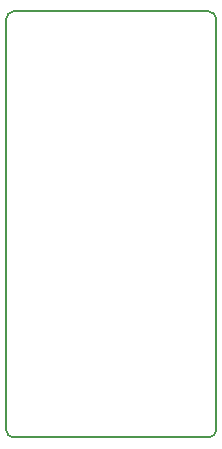
<source format=gm1>
G04 #@! TF.GenerationSoftware,KiCad,Pcbnew,(5.1.2-1)-1*
G04 #@! TF.CreationDate,2019-12-07T17:40:51-05:00*
G04 #@! TF.ProjectId,GW28R8128,47573238-5238-4313-9238-2e6b69636164,rev?*
G04 #@! TF.SameCoordinates,Original*
G04 #@! TF.FileFunction,Profile,NP*
%FSLAX46Y46*%
G04 Gerber Fmt 4.6, Leading zero omitted, Abs format (unit mm)*
G04 Created by KiCad (PCBNEW (5.1.2-1)-1) date 2019-12-07 17:40:51*
%MOMM*%
%LPD*%
G04 APERTURE LIST*
%ADD10C,0.150000*%
G04 APERTURE END LIST*
D10*
X40005000Y-54864000D02*
G75*
G02X39370000Y-54229000I0J635000D01*
G01*
X57150000Y-54229000D02*
G75*
G02X56515000Y-54864000I-635000J0D01*
G01*
X56515000Y-18796000D02*
G75*
G02X57150000Y-19431000I0J-635000D01*
G01*
X39370000Y-19431000D02*
G75*
G02X40005000Y-18796000I635000J0D01*
G01*
X39370000Y-54229000D02*
X39370000Y-19431000D01*
X56515000Y-54864000D02*
X40005000Y-54864000D01*
X57150000Y-19431000D02*
X57150000Y-54229000D01*
X40005000Y-18796000D02*
X56515000Y-18796000D01*
M02*

</source>
